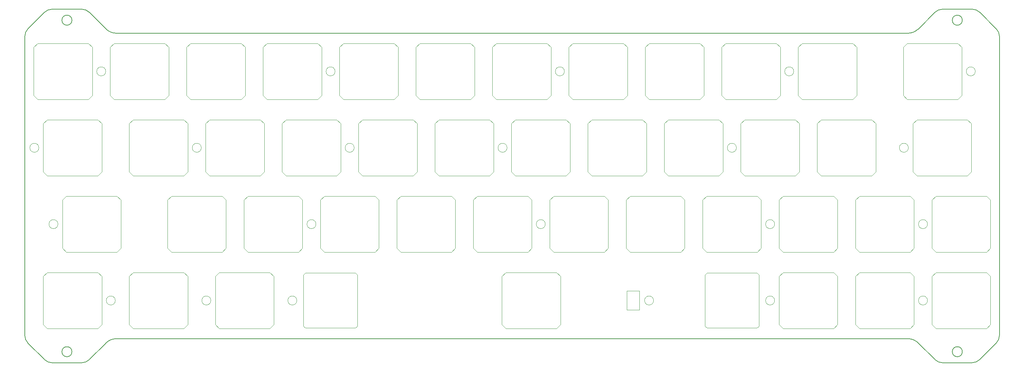
<source format=gbr>
%TF.GenerationSoftware,KiCad,Pcbnew,(7.0.0)*%
%TF.CreationDate,2024-05-04T22:14:48+02:00*%
%TF.ProjectId,plate,706c6174-652e-46b6-9963-61645f706362,rev?*%
%TF.SameCoordinates,Original*%
%TF.FileFunction,Profile,NP*%
%FSLAX46Y46*%
G04 Gerber Fmt 4.6, Leading zero omitted, Abs format (unit mm)*
G04 Created by KiCad (PCBNEW (7.0.0)) date 2024-05-04 22:14:48*
%MOMM*%
%LPD*%
G01*
G04 APERTURE LIST*
%TA.AperFunction,Profile*%
%ADD10C,0.200000*%
%TD*%
%TA.AperFunction,Profile*%
%ADD11C,0.100000*%
%TD*%
%TA.AperFunction,Profile*%
%ADD12C,0.120000*%
%TD*%
G04 APERTURE END LIST*
D10*
X45833878Y-21431250D02*
X243091122Y-21431250D01*
X39095133Y-16214739D02*
X43235261Y-20354867D01*
X29833878Y-15431249D02*
G75*
G03*
X27942367Y-16214739I22J-2675051D01*
G01*
D11*
X247978782Y-69056250D02*
G75*
G03*
X247978782Y-69056250I-1122532J0D01*
G01*
X243216282Y-50006250D02*
G75*
G03*
X243216282Y-50006250I-1122532J0D01*
G01*
X105103782Y-50006250D02*
G75*
G03*
X105103782Y-50006250I-1122532J0D01*
G01*
X152728782Y-69056250D02*
G75*
G03*
X152728782Y-69056250I-1122532J0D01*
G01*
D10*
X27942367Y-102847761D02*
X23802239Y-98707633D01*
X256656122Y-18181250D02*
G75*
G03*
X256656122Y-18181250I-1250000J0D01*
G01*
D11*
X26522532Y-50006250D02*
G75*
G03*
X26522532Y-50006250I-1122532J0D01*
G01*
D10*
X43235261Y-20354867D02*
G75*
G03*
X45833878Y-21431250I2598639J2598667D01*
G01*
X27942368Y-102847760D02*
G75*
G03*
X29833878Y-103631250I1891532J1891560D01*
G01*
D11*
X259885032Y-30956250D02*
G75*
G03*
X259885032Y-30956250I-1122532J0D01*
G01*
D10*
X256656378Y-100881250D02*
G75*
G03*
X256656378Y-100881250I-1250000J0D01*
G01*
X23018750Y-96816122D02*
X23018750Y-22246378D01*
X37203622Y-103631280D02*
G75*
G03*
X39095132Y-102847760I-22J2674980D01*
G01*
X37203622Y-103631250D02*
X29833878Y-103631250D01*
X39095132Y-16214740D02*
G75*
G03*
X37203622Y-15431250I-1891532J-1891560D01*
G01*
X249829867Y-102847761D02*
X245689739Y-98707633D01*
D11*
X209878782Y-69056250D02*
G75*
G03*
X209878782Y-69056250I-1122532J0D01*
G01*
X43191282Y-30956250D02*
G75*
G03*
X43191282Y-30956250I-1122532J0D01*
G01*
X247978782Y-88106250D02*
G75*
G03*
X247978782Y-88106250I-1122532J0D01*
G01*
D10*
X249829859Y-102847769D02*
G75*
G03*
X251721378Y-103631250I1891441J1891369D01*
G01*
D11*
X176212500Y-90487500D02*
X176212500Y-85725000D01*
D10*
X265906222Y-22246378D02*
G75*
G03*
X265122761Y-20354867I-2675122J-22D01*
G01*
D11*
X214641282Y-30956250D02*
G75*
G03*
X214641282Y-30956250I-1122532J0D01*
G01*
D10*
X265122769Y-98707641D02*
G75*
G03*
X265906250Y-96816122I-1891369J1891441D01*
G01*
D11*
X173037500Y-85725000D02*
X173037500Y-90487500D01*
D10*
X243091122Y-21431219D02*
G75*
G03*
X245657711Y-20386895I178J3675619D01*
G01*
D11*
X90816282Y-88106250D02*
G75*
G03*
X90816282Y-88106250I-1122532J0D01*
G01*
D10*
X245657711Y-20386895D02*
X249829867Y-16214739D01*
X260982641Y-16214731D02*
G75*
G03*
X259091122Y-15431250I-1891441J-1891369D01*
G01*
X265906250Y-22246378D02*
X265906250Y-96816122D01*
X23802240Y-20354868D02*
G75*
G03*
X23018750Y-22246378I1891560J-1891532D01*
G01*
X23018749Y-96816122D02*
G75*
G03*
X23802239Y-98707633I2675051J22D01*
G01*
D11*
X157491282Y-30956250D02*
G75*
G03*
X157491282Y-30956250I-1122532J0D01*
G01*
X179716282Y-88106250D02*
G75*
G03*
X179716282Y-88106250I-1122532J0D01*
G01*
X67003782Y-50006250D02*
G75*
G03*
X67003782Y-50006250I-1122532J0D01*
G01*
D10*
X251721378Y-15431278D02*
G75*
G03*
X249829867Y-16214739I22J-2675122D01*
G01*
D11*
X173037500Y-90487500D02*
X176212500Y-90487500D01*
X95578782Y-69056250D02*
G75*
G03*
X95578782Y-69056250I-1122532J0D01*
G01*
D10*
X34768622Y-18181250D02*
G75*
G03*
X34768622Y-18181250I-1250000J0D01*
G01*
X43235261Y-98707633D02*
X39095133Y-102847761D01*
D11*
X31285032Y-69056250D02*
G75*
G03*
X31285032Y-69056250I-1122532J0D01*
G01*
X100341282Y-30956250D02*
G75*
G03*
X100341282Y-30956250I-1122532J0D01*
G01*
X143203782Y-50006250D02*
G75*
G03*
X143203782Y-50006250I-1122532J0D01*
G01*
D10*
X23802239Y-20354867D02*
X27942367Y-16214739D01*
D11*
X45572532Y-88106250D02*
G75*
G03*
X45572532Y-88106250I-1122532J0D01*
G01*
X69385032Y-88106250D02*
G75*
G03*
X69385032Y-88106250I-1122532J0D01*
G01*
D10*
X34768878Y-100881250D02*
G75*
G03*
X34768878Y-100881250I-1250000J0D01*
G01*
X29833878Y-15431250D02*
X37203622Y-15431250D01*
X251721378Y-15431250D02*
X259091122Y-15431250D01*
D11*
X209878782Y-88106250D02*
G75*
G03*
X209878782Y-88106250I-1122532J0D01*
G01*
D10*
X259091122Y-103631222D02*
G75*
G03*
X260982633Y-102847761I-22J2675122D01*
G01*
X45833878Y-97631221D02*
G75*
G03*
X43235261Y-98707633I22J-3674979D01*
G01*
D11*
X200353782Y-50006250D02*
G75*
G03*
X200353782Y-50006250I-1122532J0D01*
G01*
D10*
X245689747Y-98707625D02*
G75*
G03*
X243091122Y-97631250I-2598547J-2598475D01*
G01*
X243091122Y-97631250D02*
X45833878Y-97631250D01*
X259091122Y-103631250D02*
X251721378Y-103631250D01*
D11*
X176212500Y-85725000D02*
X173037500Y-85725000D01*
D10*
X260982633Y-16214739D02*
X265122761Y-20354867D01*
X265122761Y-98707633D02*
X260982633Y-102847761D01*
D12*
%TO.C,REF\u002A\u002A*%
X139543750Y-24956250D02*
X139543750Y-36956250D01*
X139543750Y-36956250D02*
X140543750Y-37956250D01*
X140543750Y-23956250D02*
X139543750Y-24956250D01*
X140543750Y-37956250D02*
X153143750Y-37956250D01*
X153143750Y-23956250D02*
X140543750Y-23956250D01*
X153143750Y-23956250D02*
X154143750Y-24956250D01*
X153143750Y-37956250D02*
X154143750Y-36956250D01*
X154143750Y-36956250D02*
X154143750Y-24956250D01*
X49056250Y-82106250D02*
X49056250Y-94106250D01*
X49056250Y-94106250D02*
X50056250Y-95106250D01*
X50056250Y-81106250D02*
X49056250Y-82106250D01*
X50056250Y-95106250D02*
X62656250Y-95106250D01*
X62656250Y-81106250D02*
X50056250Y-81106250D01*
X62656250Y-81106250D02*
X63656250Y-82106250D01*
X62656250Y-95106250D02*
X63656250Y-94106250D01*
X63656250Y-94106250D02*
X63656250Y-82106250D01*
X27625000Y-82106250D02*
X27625000Y-94106250D01*
X27625000Y-94106250D02*
X28625000Y-95106250D01*
X28625000Y-81106250D02*
X27625000Y-82106250D01*
X28625000Y-95106250D02*
X41225000Y-95106250D01*
X41225000Y-81106250D02*
X28625000Y-81106250D01*
X41225000Y-81106250D02*
X42225000Y-82106250D01*
X41225000Y-95106250D02*
X42225000Y-94106250D01*
X42225000Y-94106250D02*
X42225000Y-82106250D01*
X106206250Y-44006250D02*
X106206250Y-56006250D01*
X106206250Y-56006250D02*
X107206250Y-57006250D01*
X107206250Y-43006250D02*
X106206250Y-44006250D01*
X107206250Y-57006250D02*
X119806250Y-57006250D01*
X119806250Y-43006250D02*
X107206250Y-43006250D01*
X119806250Y-43006250D02*
X120806250Y-44006250D01*
X119806250Y-57006250D02*
X120806250Y-56006250D01*
X120806250Y-56006250D02*
X120806250Y-44006250D01*
X172881250Y-63056250D02*
X172881250Y-75056250D01*
X172881250Y-75056250D02*
X173881250Y-76056250D01*
X173881250Y-62056250D02*
X172881250Y-63056250D01*
X173881250Y-76056250D02*
X186481250Y-76056250D01*
X186481250Y-62056250D02*
X173881250Y-62056250D01*
X186481250Y-62056250D02*
X187481250Y-63056250D01*
X186481250Y-76056250D02*
X187481250Y-75056250D01*
X187481250Y-75056250D02*
X187481250Y-63056250D01*
X87156250Y-44006250D02*
X87156250Y-56006250D01*
X87156250Y-56006250D02*
X88156250Y-57006250D01*
X88156250Y-43006250D02*
X87156250Y-44006250D01*
X88156250Y-57006250D02*
X100756250Y-57006250D01*
X100756250Y-43006250D02*
X88156250Y-43006250D01*
X100756250Y-43006250D02*
X101756250Y-44006250D01*
X100756250Y-57006250D02*
X101756250Y-56006250D01*
X101756250Y-56006250D02*
X101756250Y-44006250D01*
X68106250Y-44006250D02*
X68106250Y-56006250D01*
X68106250Y-56006250D02*
X69106250Y-57006250D01*
X69106250Y-43006250D02*
X68106250Y-44006250D01*
X69106250Y-57006250D02*
X81706250Y-57006250D01*
X81706250Y-43006250D02*
X69106250Y-43006250D01*
X81706250Y-43006250D02*
X82706250Y-44006250D01*
X81706250Y-57006250D02*
X82706250Y-56006250D01*
X82706250Y-56006250D02*
X82706250Y-44006250D01*
X215743750Y-24956250D02*
X215743750Y-36956250D01*
X215743750Y-36956250D02*
X216743750Y-37956250D01*
X216743750Y-23956250D02*
X215743750Y-24956250D01*
X216743750Y-37956250D02*
X229343750Y-37956250D01*
X229343750Y-23956250D02*
X216743750Y-23956250D01*
X229343750Y-23956250D02*
X230343750Y-24956250D01*
X229343750Y-37956250D02*
X230343750Y-36956250D01*
X230343750Y-36956250D02*
X230343750Y-24956250D01*
X244318750Y-44006250D02*
X244318750Y-56006250D01*
X244318750Y-56006250D02*
X245318750Y-57006250D01*
X245318750Y-43006250D02*
X244318750Y-44006250D01*
X245318750Y-57006250D02*
X257918750Y-57006250D01*
X257918750Y-43006250D02*
X245318750Y-43006250D01*
X257918750Y-43006250D02*
X258918750Y-44006250D01*
X257918750Y-57006250D02*
X258918750Y-56006250D01*
X258918750Y-56006250D02*
X258918750Y-44006250D01*
X241937500Y-24956250D02*
X241937500Y-36956250D01*
X241937500Y-36956250D02*
X242937500Y-37956250D01*
X242937500Y-23956250D02*
X241937500Y-24956250D01*
X242937500Y-37956250D02*
X255537500Y-37956250D01*
X255537500Y-23956250D02*
X242937500Y-23956250D01*
X255537500Y-23956250D02*
X256537500Y-24956250D01*
X255537500Y-37956250D02*
X256537500Y-36956250D01*
X256537500Y-36956250D02*
X256537500Y-24956250D01*
X120493750Y-24956250D02*
X120493750Y-36956250D01*
X120493750Y-36956250D02*
X121493750Y-37956250D01*
X121493750Y-23956250D02*
X120493750Y-24956250D01*
X121493750Y-37956250D02*
X134093750Y-37956250D01*
X134093750Y-23956250D02*
X121493750Y-23956250D01*
X134093750Y-23956250D02*
X135093750Y-24956250D01*
X134093750Y-37956250D02*
X135093750Y-36956250D01*
X135093750Y-36956250D02*
X135093750Y-24956250D01*
X201456250Y-44006250D02*
X201456250Y-56006250D01*
X201456250Y-56006250D02*
X202456250Y-57006250D01*
X202456250Y-43006250D02*
X201456250Y-44006250D01*
X202456250Y-57006250D02*
X215056250Y-57006250D01*
X215056250Y-43006250D02*
X202456250Y-43006250D01*
X215056250Y-43006250D02*
X216056250Y-44006250D01*
X215056250Y-57006250D02*
X216056250Y-56006250D01*
X216056250Y-56006250D02*
X216056250Y-44006250D01*
X77631250Y-63056250D02*
X77631250Y-75056250D01*
X77631250Y-75056250D02*
X78631250Y-76056250D01*
X78631250Y-62056250D02*
X77631250Y-63056250D01*
X78631250Y-76056250D02*
X91231250Y-76056250D01*
X91231250Y-62056250D02*
X78631250Y-62056250D01*
X91231250Y-62056250D02*
X92231250Y-63056250D01*
X91231250Y-76056250D02*
X92231250Y-75056250D01*
X92231250Y-75056250D02*
X92231250Y-63056250D01*
X32387500Y-63056250D02*
X32387500Y-75056250D01*
X32387500Y-75056250D02*
X33387500Y-76056250D01*
X33387500Y-62056250D02*
X32387500Y-63056250D01*
X33387500Y-76056250D02*
X45987500Y-76056250D01*
X45987500Y-62056250D02*
X33387500Y-62056250D01*
X45987500Y-62056250D02*
X46987500Y-63056250D01*
X45987500Y-76056250D02*
X46987500Y-75056250D01*
X46987500Y-75056250D02*
X46987500Y-63056250D01*
X191931250Y-63056250D02*
X191931250Y-75056250D01*
X191931250Y-75056250D02*
X192931250Y-76056250D01*
X192931250Y-62056250D02*
X191931250Y-63056250D01*
X192931250Y-76056250D02*
X205531250Y-76056250D01*
X205531250Y-62056250D02*
X192931250Y-62056250D01*
X205531250Y-62056250D02*
X206531250Y-63056250D01*
X205531250Y-76056250D02*
X206531250Y-75056250D01*
X206531250Y-75056250D02*
X206531250Y-63056250D01*
X141925000Y-82106250D02*
X141925000Y-94106250D01*
X141925000Y-94106250D02*
X142925000Y-95106250D01*
X142925000Y-81106250D02*
X141925000Y-82106250D01*
X142925000Y-95106250D02*
X155525000Y-95106250D01*
X155525000Y-81106250D02*
X142925000Y-81106250D01*
X155525000Y-81106250D02*
X156525000Y-82106250D01*
X155525000Y-95106250D02*
X156525000Y-94106250D01*
X156525000Y-94106250D02*
X156525000Y-82106250D01*
X182406250Y-44006250D02*
X182406250Y-56006250D01*
X182406250Y-56006250D02*
X183406250Y-57006250D01*
X183406250Y-43006250D02*
X182406250Y-44006250D01*
X183406250Y-57006250D02*
X196006250Y-57006250D01*
X196006250Y-43006250D02*
X183406250Y-43006250D01*
X196006250Y-43006250D02*
X197006250Y-44006250D01*
X196006250Y-57006250D02*
X197006250Y-56006250D01*
X197006250Y-56006250D02*
X197006250Y-44006250D01*
X27625000Y-44006250D02*
X27625000Y-56006250D01*
X27625000Y-56006250D02*
X28625000Y-57006250D01*
X28625000Y-43006250D02*
X27625000Y-44006250D01*
X28625000Y-57006250D02*
X41225000Y-57006250D01*
X41225000Y-43006250D02*
X28625000Y-43006250D01*
X41225000Y-43006250D02*
X42225000Y-44006250D01*
X41225000Y-57006250D02*
X42225000Y-56006250D01*
X42225000Y-56006250D02*
X42225000Y-44006250D01*
X49056250Y-44006250D02*
X49056250Y-56006250D01*
X49056250Y-56006250D02*
X50056250Y-57006250D01*
X50056250Y-43006250D02*
X49056250Y-44006250D01*
X50056250Y-57006250D02*
X62656250Y-57006250D01*
X62656250Y-43006250D02*
X50056250Y-43006250D01*
X62656250Y-43006250D02*
X63656250Y-44006250D01*
X62656250Y-57006250D02*
X63656250Y-56006250D01*
X63656250Y-56006250D02*
X63656250Y-44006250D01*
X249081250Y-82106250D02*
X249081250Y-94106250D01*
X249081250Y-94106250D02*
X250081250Y-95106250D01*
X250081250Y-81106250D02*
X249081250Y-82106250D01*
X250081250Y-95106250D02*
X262681250Y-95106250D01*
X262681250Y-81106250D02*
X250081250Y-81106250D01*
X262681250Y-81106250D02*
X263681250Y-82106250D01*
X262681250Y-95106250D02*
X263681250Y-94106250D01*
X263681250Y-94106250D02*
X263681250Y-82106250D01*
X115731250Y-63056250D02*
X115731250Y-75056250D01*
X115731250Y-75056250D02*
X116731250Y-76056250D01*
X116731250Y-62056250D02*
X115731250Y-63056250D01*
X116731250Y-76056250D02*
X129331250Y-76056250D01*
X129331250Y-62056250D02*
X116731250Y-62056250D01*
X129331250Y-62056250D02*
X130331250Y-63056250D01*
X129331250Y-76056250D02*
X130331250Y-75056250D01*
X130331250Y-75056250D02*
X130331250Y-63056250D01*
X25243750Y-24956250D02*
X25243750Y-36956250D01*
X25243750Y-36956250D02*
X26243750Y-37956250D01*
X26243750Y-23956250D02*
X25243750Y-24956250D01*
X26243750Y-37956250D02*
X38843750Y-37956250D01*
X38843750Y-23956250D02*
X26243750Y-23956250D01*
X38843750Y-23956250D02*
X39843750Y-24956250D01*
X38843750Y-37956250D02*
X39843750Y-36956250D01*
X39843750Y-36956250D02*
X39843750Y-24956250D01*
X153831250Y-63056250D02*
X153831250Y-75056250D01*
X153831250Y-75056250D02*
X154831250Y-76056250D01*
X154831250Y-62056250D02*
X153831250Y-63056250D01*
X154831250Y-76056250D02*
X167431250Y-76056250D01*
X167431250Y-62056250D02*
X154831250Y-62056250D01*
X167431250Y-62056250D02*
X168431250Y-63056250D01*
X167431250Y-76056250D02*
X168431250Y-75056250D01*
X168431250Y-75056250D02*
X168431250Y-63056250D01*
X125256250Y-44006250D02*
X125256250Y-56006250D01*
X125256250Y-56006250D02*
X126256250Y-57006250D01*
X126256250Y-43006250D02*
X125256250Y-44006250D01*
X126256250Y-57006250D02*
X138856250Y-57006250D01*
X138856250Y-43006250D02*
X126256250Y-43006250D01*
X138856250Y-43006250D02*
X139856250Y-44006250D01*
X138856250Y-57006250D02*
X139856250Y-56006250D01*
X139856250Y-56006250D02*
X139856250Y-44006250D01*
X92487500Y-81742750D02*
X92487500Y-94469750D01*
X92487500Y-94469750D02*
X92994500Y-94976750D01*
X92994500Y-81235750D02*
X92487500Y-81742750D01*
X92994500Y-94976750D02*
X105442500Y-94976750D01*
X105442500Y-81235750D02*
X92994500Y-81235750D01*
X105442500Y-94976750D02*
X105949500Y-94469750D01*
X105949500Y-81742750D02*
X105442500Y-81235750D01*
X105949500Y-94469750D02*
X105949500Y-81742750D01*
X192500500Y-81742750D02*
X192500500Y-94469750D01*
X192500500Y-81742750D02*
X193000500Y-81235750D01*
X192500500Y-94469750D02*
X193007500Y-94976750D01*
X193000500Y-81235750D02*
X205462500Y-81235750D01*
X193007500Y-94976750D02*
X205455500Y-94976750D01*
X205455500Y-94976750D02*
X205962500Y-94469750D01*
X205462500Y-81235750D02*
X205962500Y-81742750D01*
X205962500Y-94469750D02*
X205962500Y-81742750D01*
X58581250Y-63056250D02*
X58581250Y-75056250D01*
X58581250Y-75056250D02*
X59581250Y-76056250D01*
X59581250Y-62056250D02*
X58581250Y-63056250D01*
X59581250Y-76056250D02*
X72181250Y-76056250D01*
X72181250Y-62056250D02*
X59581250Y-62056250D01*
X72181250Y-62056250D02*
X73181250Y-63056250D01*
X72181250Y-76056250D02*
X73181250Y-75056250D01*
X73181250Y-75056250D02*
X73181250Y-63056250D01*
X101443750Y-24956250D02*
X101443750Y-36956250D01*
X101443750Y-36956250D02*
X102443750Y-37956250D01*
X102443750Y-23956250D02*
X101443750Y-24956250D01*
X102443750Y-37956250D02*
X115043750Y-37956250D01*
X115043750Y-23956250D02*
X102443750Y-23956250D01*
X115043750Y-23956250D02*
X116043750Y-24956250D01*
X115043750Y-37956250D02*
X116043750Y-36956250D01*
X116043750Y-36956250D02*
X116043750Y-24956250D01*
X44293750Y-24956250D02*
X44293750Y-36956250D01*
X44293750Y-36956250D02*
X45293750Y-37956250D01*
X45293750Y-23956250D02*
X44293750Y-24956250D01*
X45293750Y-37956250D02*
X57893750Y-37956250D01*
X57893750Y-23956250D02*
X45293750Y-23956250D01*
X57893750Y-23956250D02*
X58893750Y-24956250D01*
X57893750Y-37956250D02*
X58893750Y-36956250D01*
X58893750Y-36956250D02*
X58893750Y-24956250D01*
X230031250Y-63056250D02*
X230031250Y-75056250D01*
X230031250Y-75056250D02*
X231031250Y-76056250D01*
X231031250Y-62056250D02*
X230031250Y-63056250D01*
X231031250Y-76056250D02*
X243631250Y-76056250D01*
X243631250Y-62056250D02*
X231031250Y-62056250D01*
X243631250Y-62056250D02*
X244631250Y-63056250D01*
X243631250Y-76056250D02*
X244631250Y-75056250D01*
X244631250Y-75056250D02*
X244631250Y-63056250D01*
X249081250Y-63056250D02*
X249081250Y-75056250D01*
X249081250Y-75056250D02*
X250081250Y-76056250D01*
X250081250Y-62056250D02*
X249081250Y-63056250D01*
X250081250Y-76056250D02*
X262681250Y-76056250D01*
X262681250Y-62056250D02*
X250081250Y-62056250D01*
X262681250Y-62056250D02*
X263681250Y-63056250D01*
X262681250Y-76056250D02*
X263681250Y-75056250D01*
X263681250Y-75056250D02*
X263681250Y-63056250D01*
X210981250Y-82106250D02*
X210981250Y-94106250D01*
X210981250Y-94106250D02*
X211981250Y-95106250D01*
X211981250Y-81106250D02*
X210981250Y-82106250D01*
X211981250Y-95106250D02*
X224581250Y-95106250D01*
X224581250Y-81106250D02*
X211981250Y-81106250D01*
X224581250Y-81106250D02*
X225581250Y-82106250D01*
X224581250Y-95106250D02*
X225581250Y-94106250D01*
X225581250Y-94106250D02*
X225581250Y-82106250D01*
X96681250Y-63056250D02*
X96681250Y-75056250D01*
X96681250Y-75056250D02*
X97681250Y-76056250D01*
X97681250Y-62056250D02*
X96681250Y-63056250D01*
X97681250Y-76056250D02*
X110281250Y-76056250D01*
X110281250Y-62056250D02*
X97681250Y-62056250D01*
X110281250Y-62056250D02*
X111281250Y-63056250D01*
X110281250Y-76056250D02*
X111281250Y-75056250D01*
X111281250Y-75056250D02*
X111281250Y-63056250D01*
X163356250Y-44006250D02*
X163356250Y-56006250D01*
X163356250Y-56006250D02*
X164356250Y-57006250D01*
X164356250Y-43006250D02*
X163356250Y-44006250D01*
X164356250Y-57006250D02*
X176956250Y-57006250D01*
X176956250Y-43006250D02*
X164356250Y-43006250D01*
X176956250Y-43006250D02*
X177956250Y-44006250D01*
X176956250Y-57006250D02*
X177956250Y-56006250D01*
X177956250Y-56006250D02*
X177956250Y-44006250D01*
X82393750Y-24956250D02*
X82393750Y-36956250D01*
X82393750Y-36956250D02*
X83393750Y-37956250D01*
X83393750Y-23956250D02*
X82393750Y-24956250D01*
X83393750Y-37956250D02*
X95993750Y-37956250D01*
X95993750Y-23956250D02*
X83393750Y-23956250D01*
X95993750Y-23956250D02*
X96993750Y-24956250D01*
X95993750Y-37956250D02*
X96993750Y-36956250D01*
X96993750Y-36956250D02*
X96993750Y-24956250D01*
X70487500Y-82106250D02*
X70487500Y-94106250D01*
X70487500Y-94106250D02*
X71487500Y-95106250D01*
X71487500Y-81106250D02*
X70487500Y-82106250D01*
X71487500Y-95106250D02*
X84087500Y-95106250D01*
X84087500Y-81106250D02*
X71487500Y-81106250D01*
X84087500Y-81106250D02*
X85087500Y-82106250D01*
X84087500Y-95106250D02*
X85087500Y-94106250D01*
X85087500Y-94106250D02*
X85087500Y-82106250D01*
X210981250Y-63056250D02*
X210981250Y-75056250D01*
X210981250Y-75056250D02*
X211981250Y-76056250D01*
X211981250Y-62056250D02*
X210981250Y-63056250D01*
X211981250Y-76056250D02*
X224581250Y-76056250D01*
X224581250Y-62056250D02*
X211981250Y-62056250D01*
X224581250Y-62056250D02*
X225581250Y-63056250D01*
X224581250Y-76056250D02*
X225581250Y-75056250D01*
X225581250Y-75056250D02*
X225581250Y-63056250D01*
X196693750Y-24956250D02*
X196693750Y-36956250D01*
X196693750Y-36956250D02*
X197693750Y-37956250D01*
X197693750Y-23956250D02*
X196693750Y-24956250D01*
X197693750Y-37956250D02*
X210293750Y-37956250D01*
X210293750Y-23956250D02*
X197693750Y-23956250D01*
X210293750Y-23956250D02*
X211293750Y-24956250D01*
X210293750Y-37956250D02*
X211293750Y-36956250D01*
X211293750Y-36956250D02*
X211293750Y-24956250D01*
X134781250Y-63056250D02*
X134781250Y-75056250D01*
X134781250Y-75056250D02*
X135781250Y-76056250D01*
X135781250Y-62056250D02*
X134781250Y-63056250D01*
X135781250Y-76056250D02*
X148381250Y-76056250D01*
X148381250Y-62056250D02*
X135781250Y-62056250D01*
X148381250Y-62056250D02*
X149381250Y-63056250D01*
X148381250Y-76056250D02*
X149381250Y-75056250D01*
X149381250Y-75056250D02*
X149381250Y-63056250D01*
X177643750Y-24956250D02*
X177643750Y-36956250D01*
X177643750Y-36956250D02*
X178643750Y-37956250D01*
X178643750Y-23956250D02*
X177643750Y-24956250D01*
X178643750Y-37956250D02*
X191243750Y-37956250D01*
X191243750Y-23956250D02*
X178643750Y-23956250D01*
X191243750Y-23956250D02*
X192243750Y-24956250D01*
X191243750Y-37956250D02*
X192243750Y-36956250D01*
X192243750Y-36956250D02*
X192243750Y-24956250D01*
X220506250Y-44006250D02*
X220506250Y-56006250D01*
X220506250Y-56006250D02*
X221506250Y-57006250D01*
X221506250Y-43006250D02*
X220506250Y-44006250D01*
X221506250Y-57006250D02*
X234106250Y-57006250D01*
X234106250Y-43006250D02*
X221506250Y-43006250D01*
X234106250Y-43006250D02*
X235106250Y-44006250D01*
X234106250Y-57006250D02*
X235106250Y-56006250D01*
X235106250Y-56006250D02*
X235106250Y-44006250D01*
X63343750Y-24956250D02*
X63343750Y-36956250D01*
X63343750Y-36956250D02*
X64343750Y-37956250D01*
X64343750Y-23956250D02*
X63343750Y-24956250D01*
X64343750Y-37956250D02*
X76943750Y-37956250D01*
X76943750Y-23956250D02*
X64343750Y-23956250D01*
X76943750Y-23956250D02*
X77943750Y-24956250D01*
X76943750Y-37956250D02*
X77943750Y-36956250D01*
X77943750Y-36956250D02*
X77943750Y-24956250D01*
X144306250Y-44006250D02*
X144306250Y-56006250D01*
X144306250Y-56006250D02*
X145306250Y-57006250D01*
X145306250Y-43006250D02*
X144306250Y-44006250D01*
X145306250Y-57006250D02*
X157906250Y-57006250D01*
X157906250Y-43006250D02*
X145306250Y-43006250D01*
X157906250Y-43006250D02*
X158906250Y-44006250D01*
X157906250Y-57006250D02*
X158906250Y-56006250D01*
X158906250Y-56006250D02*
X158906250Y-44006250D01*
X158593750Y-24956250D02*
X158593750Y-36956250D01*
X158593750Y-36956250D02*
X159593750Y-37956250D01*
X159593750Y-23956250D02*
X158593750Y-24956250D01*
X159593750Y-37956250D02*
X172193750Y-37956250D01*
X172193750Y-23956250D02*
X159593750Y-23956250D01*
X172193750Y-23956250D02*
X173193750Y-24956250D01*
X172193750Y-37956250D02*
X173193750Y-36956250D01*
X173193750Y-36956250D02*
X173193750Y-24956250D01*
X230031250Y-82106250D02*
X230031250Y-94106250D01*
X230031250Y-94106250D02*
X231031250Y-95106250D01*
X231031250Y-81106250D02*
X230031250Y-82106250D01*
X231031250Y-95106250D02*
X243631250Y-95106250D01*
X243631250Y-81106250D02*
X231031250Y-81106250D01*
X243631250Y-81106250D02*
X244631250Y-82106250D01*
X243631250Y-95106250D02*
X244631250Y-94106250D01*
X244631250Y-94106250D02*
X244631250Y-82106250D01*
%TD*%
M02*

</source>
